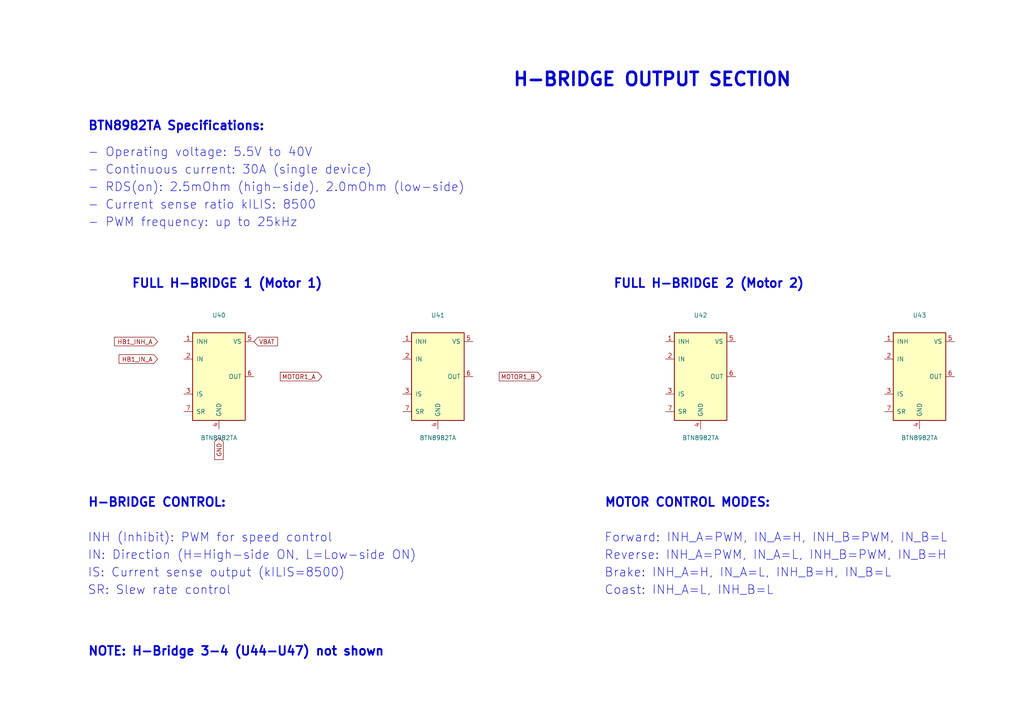
<source format=kicad_sch>
(kicad_sch (version 20231120) (generator "eeschema") (generator_version "8.0")
  (paper "A4")
  (title_block (title "PMU-30 H-Bridge Outputs") (date "2024-12-22") (rev "A") (company "R2 m-sport") (comment 1 "4x Full H-Bridge Motor Drivers") (comment 2 "8x BTN8982TA Half-Bridge"))
  (lib_symbols
    (symbol "PMU30:BTN8982TA" (pin_names (offset 1.016))
      (property "Reference" "U" (at 0 15.24 0))
      (property "Value" "BTN8982TA" (at 0 -15.24 0))
      (symbol "BTN8982TA_0_1"
        (rectangle (start -7.62 12.7) (end 7.62 -12.7) (stroke (width 0.254)) (fill (type background)))
      )
      (symbol "BTN8982TA_1_1"
        (pin input line (at -10.16 10.16 0) (length 2.54) (name "INH") (number "1"))
        (pin input line (at -10.16 5.08 0) (length 2.54) (name "IN") (number "2"))
        (pin output line (at -10.16 -5.08 0) (length 2.54) (name "IS") (number "3"))
        (pin power_in line (at 0 -15.24 90) (length 2.54) (name "GND") (number "4"))
        (pin power_in line (at 10.16 10.16 180) (length 2.54) (name "VS") (number "5"))
        (pin power_out line (at 10.16 0 180) (length 2.54) (name "OUT") (number "6"))
        (pin output line (at -10.16 -10.16 0) (length 2.54) (name "SR") (number "7"))
      )
    )
  )
  (text "H-BRIDGE OUTPUT SECTION" (at 148.59 25.4 0) (effects (font (size 3.81 3.81) (bold yes)) (justify left bottom)))
  (text "BTN8982TA Specifications:" (at 25.4 38.1 0) (effects (font (size 2.54 2.54) (bold yes)) (justify left bottom)))
  (text "- Operating voltage: 5.5V to 40V" (at 25.4 45.72 0) (effects (font (size 2.54 2.54)) (justify left bottom)))
  (text "- Continuous current: 30A (single device)" (at 25.4 50.8 0) (effects (font (size 2.54 2.54)) (justify left bottom)))
  (text "- RDS(on): 2.5mOhm (high-side), 2.0mOhm (low-side)" (at 25.4 55.88 0) (effects (font (size 2.54 2.54)) (justify left bottom)))
  (text "- Current sense ratio kILIS: 8500" (at 25.4 60.96 0) (effects (font (size 2.54 2.54)) (justify left bottom)))
  (text "- PWM frequency: up to 25kHz" (at 25.4 66.04 0) (effects (font (size 2.54 2.54)) (justify left bottom)))
  (text "FULL H-BRIDGE 1 (Motor 1)" (at 38.1 83.82 0) (effects (font (size 2.54 2.54) (bold yes)) (justify left bottom)))
  (symbol (lib_id "PMU30:BTN8982TA") (at 63.5 109.22 0) (unit 1)
    (property "Reference" "U40" (at 63.5 91.44 0))
    (property "Value" "BTN8982TA" (at 63.5 127 0))
    (property "Footprint" "Package_TO_SOT_SMD:TO-263-7_TabPin4" (effects (hide yes)))
    (property "Datasheet" "https://www.infineon.com/dgdl/Infineon-BTN8982TA-DS-v01_00-EN.pdf" (effects (hide yes)))
  )
  (symbol (lib_id "PMU30:BTN8982TA") (at 127.0 109.22 0) (unit 1)
    (property "Reference" "U41" (at 127.0 91.44 0))
    (property "Value" "BTN8982TA" (at 127.0 127 0))
    (property "Footprint" "Package_TO_SOT_SMD:TO-263-7_TabPin4" (effects (hide yes)))
    (property "Datasheet" "https://www.infineon.com/dgdl/Infineon-BTN8982TA-DS-v01_00-EN.pdf" (effects (hide yes)))
  )
  (text "FULL H-BRIDGE 2 (Motor 2)" (at 177.8 83.82 0) (effects (font (size 2.54 2.54) (bold yes)) (justify left bottom)))
  (symbol (lib_id "PMU30:BTN8982TA") (at 203.2 109.22 0) (unit 1)
    (property "Reference" "U42" (at 203.2 91.44 0))
    (property "Value" "BTN8982TA" (at 203.2 127 0))
    (property "Footprint" "Package_TO_SOT_SMD:TO-263-7_TabPin4" (effects (hide yes)))
    (property "Datasheet" "https://www.infineon.com/dgdl/Infineon-BTN8982TA-DS-v01_00-EN.pdf" (effects (hide yes)))
  )
  (symbol (lib_id "PMU30:BTN8982TA") (at 266.7 109.22 0) (unit 1)
    (property "Reference" "U43" (at 266.7 91.44 0))
    (property "Value" "BTN8982TA" (at 266.7 127 0))
    (property "Footprint" "Package_TO_SOT_SMD:TO-263-7_TabPin4" (effects (hide yes)))
    (property "Datasheet" "https://www.infineon.com/dgdl/Infineon-BTN8982TA-DS-v01_00-EN.pdf" (effects (hide yes)))
  )
  (text "H-BRIDGE CONTROL:" (at 25.4 147.32 0) (effects (font (size 2.54 2.54) (bold yes)) (justify left bottom)))
  (text "INH (Inhibit): PWM for speed control" (at 25.4 157.48 0) (effects (font (size 2.54 2.54)) (justify left bottom)))
  (text "IN: Direction (H=High-side ON, L=Low-side ON)" (at 25.4 162.56 0) (effects (font (size 2.54 2.54)) (justify left bottom)))
  (text "IS: Current sense output (kILIS=8500)" (at 25.4 167.64 0) (effects (font (size 2.54 2.54)) (justify left bottom)))
  (text "SR: Slew rate control" (at 25.4 172.72 0) (effects (font (size 2.54 2.54)) (justify left bottom)))
  (text "MOTOR CONTROL MODES:" (at 175.26 147.32 0) (effects (font (size 2.54 2.54) (bold yes)) (justify left bottom)))
  (text "Forward: INH_A=PWM, IN_A=H, INH_B=PWM, IN_B=L" (at 175.26 157.48 0) (effects (font (size 2.54 2.54)) (justify left bottom)))
  (text "Reverse: INH_A=PWM, IN_A=L, INH_B=PWM, IN_B=H" (at 175.26 162.56 0) (effects (font (size 2.54 2.54)) (justify left bottom)))
  (text "Brake: INH_A=H, IN_A=L, INH_B=H, IN_B=L" (at 175.26 167.64 0) (effects (font (size 2.54 2.54)) (justify left bottom)))
  (text "Coast: INH_A=L, INH_B=L" (at 175.26 172.72 0) (effects (font (size 2.54 2.54)) (justify left bottom)))
  (text "NOTE: H-Bridge 3-4 (U44-U47) not shown" (at 25.4 190.5 0) (effects (font (size 2.54 2.54) (bold yes)) (justify left bottom)))
  (global_label "VBAT" (shape input) (at 73.66 99.06 0) (property "Intersheetrefs" "${INTERSHEET_REFS}" (effects (hide yes))))
  (global_label "GND" (shape input) (at 63.5 127 270) (property "Intersheetrefs" "${INTERSHEET_REFS}" (effects (hide yes))))
  (global_label "HB1_INH_A" (shape input) (at 45.72 99.06 180) (property "Intersheetrefs" "${INTERSHEET_REFS}" (effects (hide yes))))
  (global_label "HB1_IN_A" (shape input) (at 45.72 104.14 180) (property "Intersheetrefs" "${INTERSHEET_REFS}" (effects (hide yes))))
  (global_label "MOTOR1_A" (shape output) (at 81.28 109.22 0) (property "Intersheetrefs" "${INTERSHEET_REFS}" (effects (hide yes))))
  (global_label "MOTOR1_B" (shape output) (at 144.78 109.22 0) (property "Intersheetrefs" "${INTERSHEET_REFS}" (effects (hide yes))))
)
</source>
